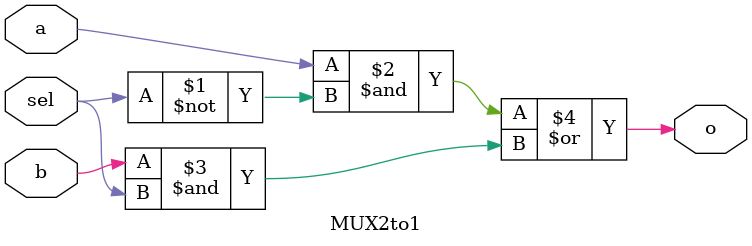
<source format=v>
module MUX2to1(o,a,b,sel);
	
	output o;
	input a,b,sel;
	
	
	assign o = (a & ~sel) | (b & sel);
	
endmodule

</source>
